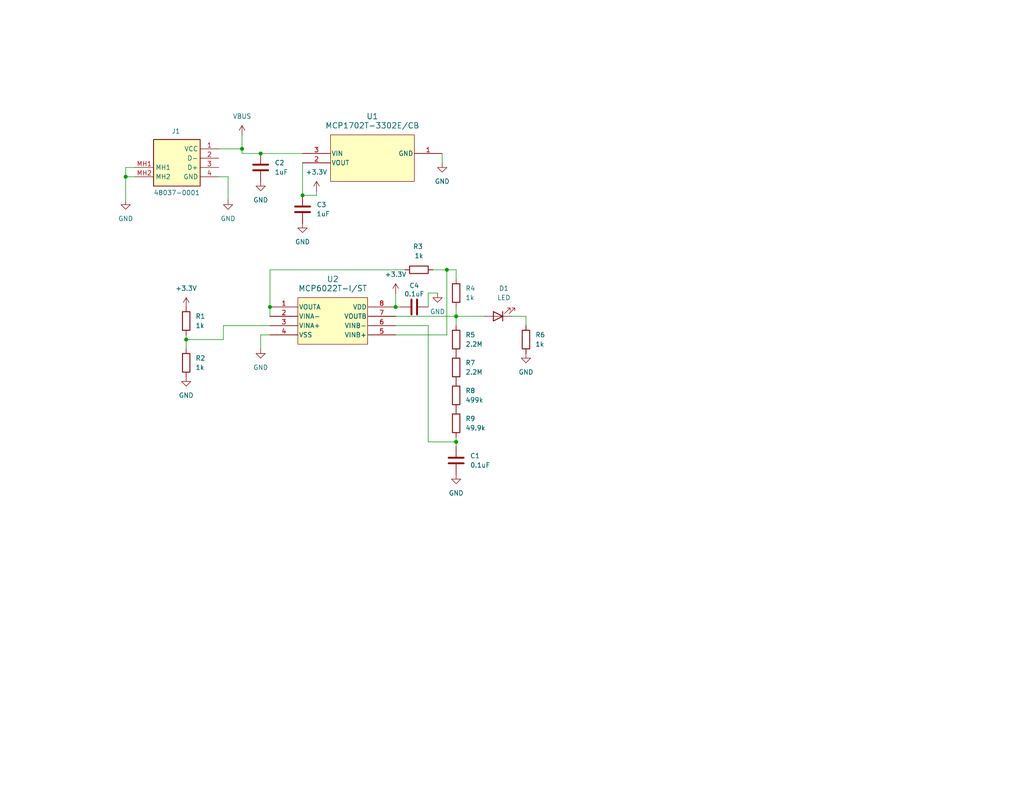
<source format=kicad_sch>
(kicad_sch (version 20250114) (generator "eeschema") (generator_version "9.0")
  (paper "USLetter")
  (title_block (title "Eclectronics MP1") (date "2026-02-09") (rev "2") (company "Olin College of Engineering"))
  (lib_symbols
    (symbol "Device:C" (pin_numbers (hide yes)) (pin_names (offset 0.254))
      (property "Reference" "C" (at 0.635 2.54 0))
      (property "Value" "C" (at 0.635 -2.54 0))
      (symbol "C_0_1"
        (polyline (pts (xy -2.032 0.762) (xy 2.032 0.762)) (stroke (width 0.508)))
        (polyline (pts (xy -2.032 -0.762) (xy 2.032 -0.762)) (stroke (width 0.508)))
      )
      (symbol "C_1_1"
        (pin passive line (at 0 3.81 270) (length 2.794) (name "~") (number "1"))
        (pin passive line (at 0 -3.81 90) (length 2.794) (name "~") (number "2"))
      )
    )
    (symbol "Device:LED" (pin_numbers (hide yes)) (pin_names (offset 1.016) (hide yes))
      (property "Reference" "D" (at 0 2.54 0))
      (property "Value" "LED" (at 0 -2.54 0))
      (symbol "LED_0_1"
        (polyline (pts (xy -3.048 -0.762) (xy -4.572 -2.286) (xy -3.81 -2.286) (xy -4.572 -2.286) (xy -4.572 -1.524)))
        (polyline (pts (xy -1.778 -0.762) (xy -3.302 -2.286) (xy -2.54 -2.286) (xy -3.302 -2.286) (xy -3.302 -1.524)))
        (polyline (pts (xy -1.27 0) (xy 1.27 0)))
        (polyline (pts (xy -1.27 -1.27) (xy -1.27 1.27)) (stroke (width 0.254)))
        (polyline (pts (xy 1.27 -1.27) (xy 1.27 1.27) (xy -1.27 0) (xy 1.27 -1.27)) (stroke (width 0.254)))
      )
      (symbol "LED_1_1"
        (pin passive line (at -3.81 0 0) (length 2.54) (name "K") (number "1"))
        (pin passive line (at 3.81 0 180) (length 2.54) (name "A") (number "2"))
      )
    )
    (symbol "Device:R" (pin_numbers (hide yes)) (pin_names (offset 0))
      (property "Reference" "R" (at 2.032 0 90))
      (property "Value" "R" (at 0 0 90))
      (symbol "R_0_1"
        (rectangle (start -1.016 -2.54) (end 1.016 2.54) (stroke (width 0.254)))
      )
      (symbol "R_1_1"
        (pin passive line (at 0 3.81 270) (length 1.27) (name "~") (number "1"))
        (pin passive line (at 0 -3.81 90) (length 1.27) (name "~") (number "2"))
      )
    )
    (symbol "carter_kicad_symbols:48037-0001 USB-A Male Plug"
      (property "Reference" "J" (at 5.588 5.588 0))
      (symbol "48037-0001 USB-A Male Plug_1_1"
        (rectangle (start 5.08 2.54) (end 17.78 -10.16) (stroke (width 0.254)) (fill (type background)))
        (pin passive line (at 0 0 0) (length 5.08) (name "MH2") (number "MH2"))
        (pin passive line (at 0 -2.54 0) (length 5.08) (name "MH1") (number "MH1"))
        (pin passive line (at 22.86 0 180) (length 5.08) (name "GND") (number "4"))
        (pin passive line (at 22.86 -2.54 180) (length 5.08) (name "D+") (number "3"))
        (pin passive line (at 22.86 -5.08 180) (length 5.08) (name "D-") (number "2"))
        (pin passive line (at 22.86 -7.62 180) (length 5.08) (name "VCC") (number "1"))
      )
    )
    (symbol "carter_kicad_symbols:MCP1702T-3302E 3.3V Voltage Regulator" (pin_names (offset 0.254))
      (property "Reference" "U" (at 37.084 6.35 0))
      (property "Value" "MCP1702T-3302E/CB" (at 36.576 -9.906 0))
      (symbol "MCP1702T-3302E 3.3V Voltage Regulator_0_1"
        (pin unspecified line (at 17.78 0 0) (length 7.62) (name "GND") (number "1"))
        (pin unspecified line (at 55.88 0 180) (length 7.62) (name "VIN") (number "3"))
        (pin unspecified line (at 55.88 -2.54 180) (length 7.62) (name "VOUT") (number "2"))
      )
      (symbol "MCP1702T-3302E 3.3V Voltage Regulator_1_1"
        (rectangle (start 25.4 5.08) (end 48.26 -7.62) (fill (type background)))
      )
    )
    (symbol "carter_kicad_symbols:MCP6022T-I_ST Dual Opamp" (pin_names (offset 0.254))
      (property "Reference" "U" (at 50.038 7.874 0))
      (property "Value" "MCP6022T-I/ST" (at 50.038 5.334 0))
      (symbol "MCP6022T-I_ST Dual Opamp_0_1"
        (pin unspecified line (at 31.75 0 0) (length 7.62) (name "VOUTA") (number "1"))
        (pin unspecified line (at 31.75 -2.54 0) (length 7.62) (name "VINA-") (number "2"))
        (pin unspecified line (at 31.75 -5.08 0) (length 7.62) (name "VINA+") (number "3"))
        (pin unspecified line (at 31.75 -7.62 0) (length 7.62) (name "VSS") (number "4"))
        (pin unspecified line (at 66.04 0 180) (length 7.62) (name "VDD") (number "8"))
        (pin unspecified line (at 66.04 -2.54 180) (length 7.62) (name "VOUTB") (number "7"))
        (pin unspecified line (at 66.04 -5.08 180) (length 7.62) (name "VINB-") (number "6"))
        (pin unspecified line (at 66.04 -7.62 180) (length 7.62) (name "VINB+") (number "5"))
      )
      (symbol "MCP6022T-I_ST Dual Opamp_1_1"
        (rectangle (start 39.37 2.54) (end 58.42 -10.16) (fill (type background)))
      )
    )
    (symbol "power:+3.3V" (power) (pin_numbers (hide yes)) (pin_names (offset 0) (hide yes))
      (property "Value" "+3.3V" (at 0 3.556 0))
      (symbol "+3.3V_0_1"
        (polyline (pts (xy -0.762 1.27) (xy 0 2.54)))
        (polyline (pts (xy 0 2.54) (xy 0.762 1.27)))
        (polyline (pts (xy 0 0) (xy 0 2.54)))
      )
      (symbol "+3.3V_1_1"
        (pin power_in line (at 0 0 90) (length 0) (name "~") (number "1"))
      )
    )
    (symbol "power:GND" (power) (pin_numbers (hide yes)) (pin_names (offset 0) (hide yes))
      (property "Value" "GND" (at 0 -3.81 0))
      (symbol "GND_0_1"
        (polyline (pts (xy 0 0) (xy 0 -1.27) (xy 1.27 -1.27) (xy 0 -2.54) (xy -1.27 -1.27) (xy 0 -1.27)))
      )
      (symbol "GND_1_1"
        (pin power_in line (at 0 0 270) (length 0) (name "~") (number "1"))
      )
    )
    (symbol "power:VBUS" (power) (pin_numbers (hide yes)) (pin_names (offset 0) (hide yes))
      (property "Value" "VBUS" (at 0 3.556 0))
      (symbol "VBUS_0_1"
        (polyline (pts (xy -0.762 1.27) (xy 0 2.54)))
        (polyline (pts (xy 0 2.54) (xy 0.762 1.27)))
        (polyline (pts (xy 0 0) (xy 0 2.54)))
      )
      (symbol "VBUS_1_1"
        (pin power_in line (at 0 0 90) (length 0) (name "~") (number "1"))
      )
    )
  )
  (junction (at 124.46 120.65))
  (junction (at 34.29 48.26))
  (junction (at 82.55 53.34))
  (junction (at 124.46 86.36))
  (junction (at 66.04 40.64))
  (junction (at 107.95 83.82))
  (junction (at 121.92 73.66))
  (junction (at 50.8 92.71))
  (junction (at 71.12 41.91))
  (junction (at 73.66 83.82))
  (wire (pts (xy 120.65 44.45) (xy 120.65 41.91)))
  (wire (pts (xy 82.55 53.34) (xy 82.55 44.45)))
  (wire (pts (xy 86.36 52.07) (xy 86.36 53.34)))
  (wire (pts (xy 71.12 41.91) (xy 82.55 41.91)))
  (wire (pts (xy 86.36 53.34) (xy 82.55 53.34)))
  (wire (pts (xy 73.66 73.66) (xy 73.66 83.82)))
  (wire (pts (xy 124.46 86.36) (xy 107.95 86.36)))
  (wire (pts (xy 116.84 88.9) (xy 116.84 120.65)))
  (wire (pts (xy 124.46 86.36) (xy 132.08 86.36)))
  (wire (pts (xy 59.69 40.64) (xy 66.04 40.64)))
  (wire (pts (xy 124.46 120.65) (xy 124.46 121.92)))
  (wire (pts (xy 34.29 45.72) (xy 34.29 48.26)))
  (wire (pts (xy 50.8 95.25) (xy 50.8 92.71)))
  (wire (pts (xy 124.46 83.82) (xy 124.46 86.36)))
  (wire (pts (xy 139.7 86.36) (xy 143.51 86.36)))
  (wire (pts (xy 34.29 48.26) (xy 34.29 54.61)))
  (wire (pts (xy 71.12 95.25) (xy 71.12 91.44)))
  (wire (pts (xy 124.46 86.36) (xy 124.46 88.9)))
  (wire (pts (xy 66.04 40.64) (xy 66.04 36.83)))
  (wire (pts (xy 36.83 48.26) (xy 34.29 48.26)))
  (wire (pts (xy 107.95 83.82) (xy 109.22 83.82)))
  (wire (pts (xy 66.04 41.91) (xy 66.04 40.64)))
  (wire (pts (xy 66.04 41.91) (xy 71.12 41.91)))
  (wire (pts (xy 124.46 119.38) (xy 124.46 120.65)))
  (wire (pts (xy 59.69 48.26) (xy 62.23 48.26)))
  (wire (pts (xy 116.84 80.01) (xy 119.38 80.01)))
  (wire (pts (xy 73.66 83.82) (xy 73.66 86.36)))
  (wire (pts (xy 71.12 91.44) (xy 73.66 91.44)))
  (wire (pts (xy 118.11 73.66) (xy 121.92 73.66)))
  (wire (pts (xy 121.92 91.44) (xy 121.92 73.66)))
  (wire (pts (xy 60.96 92.71) (xy 50.8 92.71)))
  (wire (pts (xy 124.46 73.66) (xy 124.46 76.2)))
  (wire (pts (xy 116.84 120.65) (xy 124.46 120.65)))
  (wire (pts (xy 143.51 86.36) (xy 143.51 88.9)))
  (wire (pts (xy 62.23 48.26) (xy 62.23 54.61)))
  (wire (pts (xy 116.84 80.01) (xy 116.84 83.82)))
  (wire (pts (xy 36.83 45.72) (xy 34.29 45.72)))
  (wire (pts (xy 107.95 80.01) (xy 107.95 83.82)))
  (wire (pts (xy 107.95 88.9) (xy 116.84 88.9)))
  (wire (pts (xy 124.46 73.66) (xy 121.92 73.66)))
  (wire (pts (xy 60.96 88.9) (xy 60.96 92.71)))
  (wire (pts (xy 50.8 92.71) (xy 50.8 91.44)))
  (wire (pts (xy 73.66 88.9) (xy 60.96 88.9)))
  (wire (pts (xy 107.95 91.44) (xy 121.92 91.44)))
  (wire (pts (xy 110.49 73.66) (xy 73.66 73.66)))
  (symbol (lib_id "Device:R") (at 50.8 87.63 0) (unit 1)
    (property "Reference" "R1" (at 53.34 86.3599 0) (effects (justify left)))
    (property "Value" "1k" (at 53.34 88.8999 0) (effects (justify left)))
    (property "Footprint" "Resistor_SMD:R_0603_1608Metric" (effects (hide yes)))
    (property "Description" "Resistor" (effects (hide yes)))
    (property "MPN" "RC0603FR-071KL" (effects (hide yes)))
    (property "DigikeyPN" "311-1.00KHRCT-ND" (effects (hide yes)))
  )
  (symbol (lib_id "power:GND") (at 120.65 44.45 0) (unit 1)
    (property "Reference" "#PWR04" (effects (hide yes)))
    (property "Value" "GND" (at 120.65 49.53 0))
    (property "Description" "Power symbol creates a global label with name \"GND\" , ground" (effects (hide yes)))
  )
  (symbol (lib_id "Device:C") (at 71.12 45.72 0) (unit 1)
    (property "Reference" "C2" (at 74.93 44.4499 0) (effects (justify left)))
    (property "Value" "1uF" (at 74.93 46.9899 0) (effects (justify left)))
    (property "Footprint" "Capacitor_SMD:C_0603_1608Metric" (effects (hide yes)))
    (property "Description" "Unpolarized capacitor" (effects (hide yes)))
    (property "MPN" "C0603C105K3RACTU" (effects (hide yes)))
    (property "DigikeyPN" "399-7376-1-ND" (effects (hide yes)))
  )
  (symbol (lib_id "power:GND") (at 82.55 60.96 0) (unit 1)
    (property "Reference" "#PWR012" (effects (hide yes)))
    (property "Value" "GND" (at 82.55 66.04 0))
    (property "Description" "Power symbol creates a global label with name \"GND\" , ground" (effects (hide yes)))
  )
  (symbol (lib_id "Device:C") (at 113.03 83.82 90) (unit 1)
    (property "Reference" "C4" (at 113.03 77.978 90))
    (property "Value" "0.1uF" (at 113.03 80.264 90))
    (property "Footprint" "Capacitor_SMD:C_0603_1608Metric" (effects (hide yes)))
    (property "Description" "Unpolarized capacitor" (effects (hide yes)))
    (property "DigikeyPN" "311-1779-1-ND" (effects (hide yes)))
    (property "MPN" "CC0603JRX7R9BB104" (effects (hide yes)))
  )
  (symbol (lib_id "carter_kicad_symbols:MCP6022T-I_ST Dual Opamp") (at 41.91 83.82 0) (unit 1)
    (property "Reference" "U2" (at 90.805 76.2 0) (effects (font (size 1.524 1.524))))
    (property "Value" "MCP6022T-I/ST" (at 90.805 78.74 0) (effects (font (size 1.524 1.524))))
    (property "Footprint" "carter_kicad_footprints:TSSOP8_MC_MCH" (effects (hide yes)))
    (property "Datasheet" "MCP6022T-I/ST" (effects (hide yes)))
    (property "MFN" "Microchip Technology" (effects (hide yes)))
    (property "MPN" "MCP6022T-I/ST" (effects (hide yes)))
    (property "DigikeyPN" "MCP6022T-I/STCT-ND" (effects (hide yes)))
  )
  (symbol (lib_id "Device:R") (at 124.46 80.01 0) (unit 1)
    (property "Reference" "R4" (at 127 78.7399 0) (effects (justify left)))
    (property "Value" "1k" (at 127 81.2799 0) (effects (justify left)))
    (property "Footprint" "Resistor_SMD:R_0603_1608Metric" (effects (hide yes)))
    (property "Description" "Resistor" (effects (hide yes)))
    (property "MPN" "RC0603FR-071KL" (effects (hide yes)))
    (property "DigikeyPN" "311-1.00KHRCT-ND" (effects (hide yes)))
  )
  (symbol (lib_id "Device:R") (at 124.46 115.57 0) (unit 1)
    (property "Reference" "R9" (at 127 114.2999 0) (effects (justify left)))
    (property "Value" "49.9k" (at 127 116.8399 0) (effects (justify left)))
    (property "Footprint" "Resistor_SMD:R_0603_1608Metric" (effects (hide yes)))
    (property "Description" "Resistor" (effects (hide yes)))
    (property "MPN" "RC0603FR-0749K9L" (effects (hide yes)))
    (property "DigikeyPN" "311-49.9KHRCT-ND" (effects (hide yes)))
  )
  (symbol (lib_id "Device:R") (at 143.51 92.71 0) (unit 1)
    (property "Reference" "R6" (at 146.05 91.4399 0) (effects (justify left)))
    (property "Value" "1k" (at 146.05 93.9799 0) (effects (justify left)))
    (property "Footprint" "Resistor_SMD:R_0603_1608Metric" (effects (hide yes)))
    (property "Description" "Resistor" (effects (hide yes)))
    (property "MPN" "RC0603FR-071KL" (effects (hide yes)))
    (property "DigikeyPN" "311-1.00KHRCT-ND" (effects (hide yes)))
  )
  (symbol (lib_id "Device:C") (at 124.46 125.73 0) (unit 1)
    (property "Reference" "C1" (at 128.27 124.4599 0) (effects (justify left)))
    (property "Value" "0.1uF" (at 128.27 126.9999 0) (effects (justify left)))
    (property "Footprint" "Capacitor_SMD:C_0603_1608Metric" (effects (hide yes)))
    (property "Description" "Unpolarized capacitor" (effects (hide yes)))
    (property "DigikeyPN" "311-1779-1-ND" (effects (hide yes)))
    (property "MPN" "CC0603JRX7R9BB104" (effects (hide yes)))
  )
  (symbol (lib_id "power:GND") (at 124.46 129.54 0) (unit 1)
    (property "Reference" "#PWR010" (effects (hide yes)))
    (property "Value" "GND" (at 124.46 134.62 0))
    (property "Description" "Power symbol creates a global label with name \"GND\" , ground" (effects (hide yes)))
  )
  (symbol (lib_id "power:+3.3V") (at 50.8 83.82 0) (unit 1)
    (property "Reference" "#PWR08" (effects (hide yes)))
    (property "Value" "+3.3V" (at 50.8 78.74 0))
    (property "Description" "Power symbol creates a global label with name \"+3.3V\"" (effects (hide yes)))
  )
  (symbol (lib_id "power:GND") (at 71.12 49.53 0) (unit 1)
    (property "Reference" "#PWR013" (effects (hide yes)))
    (property "Value" "GND" (at 71.12 54.61 0))
    (property "Description" "Power symbol creates a global label with name \"GND\" , ground" (effects (hide yes)))
  )
  (symbol (lib_id "power:GND") (at 143.51 96.52 0) (unit 1)
    (property "Reference" "#PWR011" (effects (hide yes)))
    (property "Value" "GND" (at 143.51 101.6 0))
    (property "Description" "Power symbol creates a global label with name \"GND\" , ground" (effects (hide yes)))
  )
  (symbol (lib_id "power:+3.3V") (at 107.95 80.01 0) (unit 1)
    (property "Reference" "#PWR07" (effects (hide yes)))
    (property "Value" "+3.3V" (at 107.95 74.93 0))
    (property "Description" "Power symbol creates a global label with name \"+3.3V\"" (effects (hide yes)))
  )
  (symbol (lib_id "Device:R") (at 114.3 73.66 90) (unit 1)
    (property "Reference" "R3" (at 114.046 67.31 90))
    (property "Value" "1k" (at 114.3 69.85 90))
    (property "Footprint" "Resistor_SMD:R_0603_1608Metric" (effects (hide yes)))
    (property "Description" "Resistor" (effects (hide yes)))
    (property "MPN" "RC0603FR-071KL" (effects (hide yes)))
    (property "DigikeyPN" "311-1.00KHRCT-ND" (effects (hide yes)))
  )
  (symbol (lib_id "power:GND") (at 34.29 54.61 0) (unit 1)
    (property "Reference" "#PWR01" (effects (hide yes)))
    (property "Value" "GND" (at 34.29 59.69 0))
    (property "Description" "Power symbol creates a global label with name \"GND\" , ground" (effects (hide yes)))
  )
  (symbol (lib_id "carter_kicad_symbols:48037-0001 USB-A Male Plug") (at 36.83 48.26 0) (mirror x) (unit 1)
    (property "Reference" "J1" (at 48.006 35.814 0))
    (property "Value" "48037-0001" (at 41.91 53.34 0) (effects (justify left top)))
    (property "Footprint" "carter_kicad_footprints:480370001" (effects (hide yes)))
    (property "Datasheet" "https://www.molex.com/pdm_docs/sd/480370001_sd.pdf" (effects (hide yes)))
    (property "Description" "USB Type A Plug Through Hole Right Angle Molex Male 1 Port Right Angle Through Hole Type A USB Connector, 150 V ac, 1.5A 48037" (effects (hide yes)))
    (property "MFN" "Molex" (effects (hide yes)))
    (property "MPN" "48037-0001" (effects (hide yes)))
    (property "DigikeyPN" "WM17117-ND" (effects (hide yes)))
  )
  (symbol (lib_id "power:GND") (at 119.38 80.01 0) (unit 1)
    (property "Reference" "#PWR014" (effects (hide yes)))
    (property "Value" "GND" (at 119.38 85.09 0))
    (property "Description" "Power symbol creates a global label with name \"GND\" , ground" (effects (hide yes)))
  )
  (symbol (lib_id "power:GND") (at 71.12 95.25 0) (unit 1)
    (property "Reference" "#PWR06" (effects (hide yes)))
    (property "Value" "GND" (at 71.12 100.33 0))
    (property "Description" "Power symbol creates a global label with name \"GND\" , ground" (effects (hide yes)))
  )
  (symbol (lib_id "Device:LED") (at 135.89 86.36 180) (unit 1)
    (property "Reference" "D1" (at 137.4775 78.74 0))
    (property "Value" "LED" (at 137.4775 81.28 0))
    (property "Footprint" "LED_SMD:LED_0805_2012Metric" (effects (hide yes)))
    (property "Description" "Light emitting diode" (effects (hide yes)))
    (property "Sim.Pins" "1=K 2=A" (effects (hide yes)))
    (property "MPN" "LTST-C171KRKT" (effects (hide yes)))
    (property "DigikeyPN" "160-1427-1-ND" (effects (hide yes)))
  )
  (symbol (lib_id "power:GND") (at 62.23 54.61 0) (unit 1)
    (property "Reference" "#PWR02" (effects (hide yes)))
    (property "Value" "GND" (at 62.23 59.69 0))
    (property "Description" "Power symbol creates a global label with name \"GND\" , ground" (effects (hide yes)))
  )
  (symbol (lib_id "Device:R") (at 50.8 99.06 0) (unit 1)
    (property "Reference" "R2" (at 53.34 97.7899 0) (effects (justify left)))
    (property "Value" "1k" (at 53.34 100.3299 0) (effects (justify left)))
    (property "Footprint" "Resistor_SMD:R_0603_1608Metric" (effects (hide yes)))
    (property "Description" "Resistor" (effects (hide yes)))
    (property "MPN" "RC0603FR-071KL" (effects (hide yes)))
    (property "DigikeyPN" "311-1.00KHRCT-ND" (effects (hide yes)))
  )
  (symbol (lib_id "Device:R") (at 124.46 107.95 0) (unit 1)
    (property "Reference" "R8" (at 127 106.6799 0) (effects (justify left)))
    (property "Value" "499k" (at 127 109.2199 0) (effects (justify left)))
    (property "Footprint" "Resistor_SMD:R_0603_1608Metric" (effects (hide yes)))
    (property "Description" "Resistor" (effects (hide yes)))
    (property "DigikeyPN" "311-499KHRCT-ND" (effects (hide yes)))
    (property "MPN" "RC0603FR-07499KL" (effects (hide yes)))
  )
  (symbol (lib_id "power:VBUS") (at 66.04 36.83 0) (unit 1)
    (property "Reference" "#PWR03" (effects (hide yes)))
    (property "Value" "VBUS" (at 66.04 31.75 0))
    (property "Description" "Power symbol creates a global label with name \"VBUS\"" (effects (hide yes)))
  )
  (symbol (lib_id "carter_kicad_symbols:MCP1702T-3302E 3.3V Voltage Regulator") (at 138.43 41.91 0) (mirror y) (unit 1)
    (property "Reference" "U1" (at 101.6 31.75 0) (effects (font (size 1.524 1.524))))
    (property "Value" "MCP1702T-3302E/CB" (at 101.6 34.29 0) (effects (font (size 1.524 1.524))))
    (property "Footprint" "carter_kicad_footprints:SOT-23A_MC_MCH" (effects (hide yes)))
    (property "Datasheet" "https://ww1.microchip.com/downloads/en/DeviceDoc/22008E.pdf" (effects (hide yes)))
    (property "MFN" "Microchip Technology" (effects (hide yes)))
    (property "MPN" "MCP1702T-3302E/CB" (effects (hide yes)))
    (property "DigikeyPN" "MCP1702T-3302E/CBCT-ND" (effects (hide yes)))
    (property "PurchasingLink" "https://www.digikey.com/en/products/detail/microchip-technology/MCP1702T-3302E-CB/1098471?s=N4IgTCBcDaILIGEAKBGA7ABjAFQLQGZ8sBRAegQCEE8A5AERAF0BfIA" (effects (hide yes)))
  )
  (symbol (lib_id "power:+3.3V") (at 86.36 52.07 0) (unit 1)
    (property "Reference" "#PWR05" (effects (hide yes)))
    (property "Value" "+3.3V" (at 86.36 46.99 0))
    (property "Description" "Power symbol creates a global label with name \"+3.3V\"" (effects (hide yes)))
  )
  (symbol (lib_id "Device:R") (at 124.46 100.33 0) (unit 1)
    (property "Reference" "R7" (at 127 99.0599 0) (effects (justify left)))
    (property "Value" "2.2M" (at 127 101.5999 0) (effects (justify left)))
    (property "Footprint" "Resistor_SMD:R_0603_1608Metric" (effects (hide yes)))
    (property "Description" "Resistor" (effects (hide yes)))
    (property "MPN" "RC0603FR-072ML" (effects (hide yes)))
    (property "DigikeyPN" "311-2.00MHRCT-ND" (effects (hide yes)))
  )
  (symbol (lib_id "Device:R") (at 124.46 92.71 0) (unit 1)
    (property "Reference" "R5" (at 127 91.4399 0) (effects (justify left)))
    (property "Value" "2.2M" (at 127 93.9799 0) (effects (justify left)))
    (property "Footprint" "Resistor_SMD:R_0603_1608Metric" (effects (hide yes)))
    (property "Description" "Resistor" (effects (hide yes)))
    (property "MPN" "RC0603FR-072ML" (effects (hide yes)))
    (property "DigikeyPN" "311-2.00MHRCT-ND" (effects (hide yes)))
  )
  (symbol (lib_id "power:GND") (at 50.8 102.87 0) (unit 1)
    (property "Reference" "#PWR09" (effects (hide yes)))
    (property "Value" "GND" (at 50.8 107.95 0))
    (property "Description" "Power symbol creates a global label with name \"GND\" , ground" (effects (hide yes)))
  )
  (symbol (lib_id "Device:C") (at 82.55 57.15 0) (unit 1)
    (property "Reference" "C3" (at 86.36 55.8799 0) (effects (justify left)))
    (property "Value" "1uF" (at 86.36 58.4199 0) (effects (justify left)))
    (property "Footprint" "Capacitor_SMD:C_0603_1608Metric" (effects (hide yes)))
    (property "Description" "Unpolarized capacitor" (effects (hide yes)))
    (property "MPN" "C0603C105K3RACTU" (effects (hide yes)))
    (property "DigikeyPN" "399-7376-1-ND" (effects (hide yes)))
  )
)
</source>
